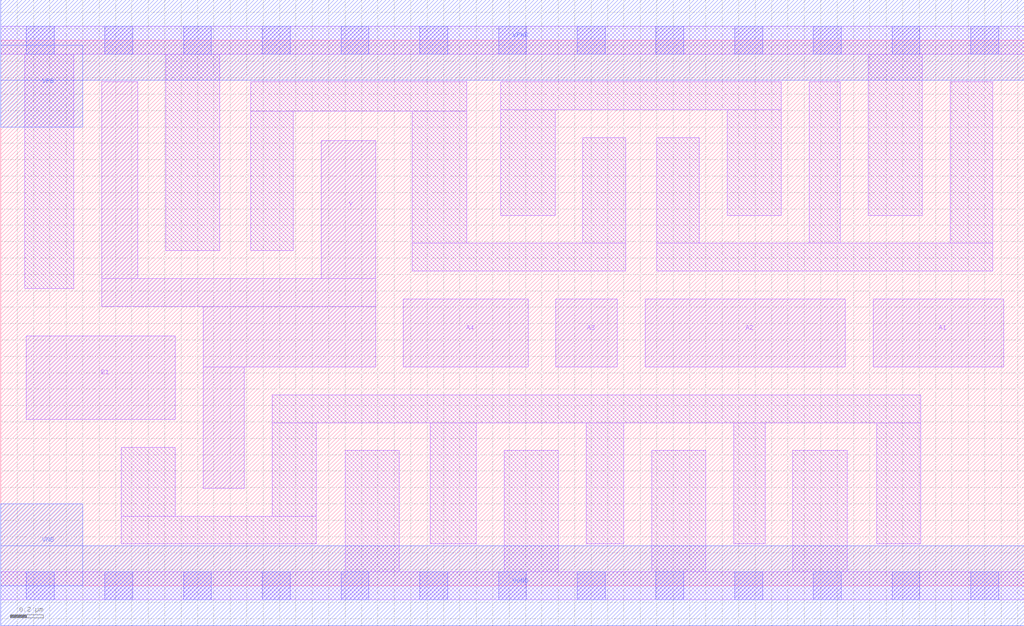
<source format=lef>
# Copyright 2020 The SkyWater PDK Authors
#
# Licensed under the Apache License, Version 2.0 (the "License");
# you may not use this file except in compliance with the License.
# You may obtain a copy of the License at
#
#     https://www.apache.org/licenses/LICENSE-2.0
#
# Unless required by applicable law or agreed to in writing, software
# distributed under the License is distributed on an "AS IS" BASIS,
# WITHOUT WARRANTIES OR CONDITIONS OF ANY KIND, either express or implied.
# See the License for the specific language governing permissions and
# limitations under the License.
#
# SPDX-License-Identifier: Apache-2.0

VERSION 5.5 ;
NAMESCASESENSITIVE ON ;
BUSBITCHARS "[]" ;
DIVIDERCHAR "/" ;
MACRO sky130_fd_sc_lp__o41ai_2
  CLASS CORE ;
  SOURCE USER ;
  ORIGIN  0.000000  0.000000 ;
  SIZE  6.240000 BY  3.330000 ;
  SYMMETRY X Y R90 ;
  SITE unit ;
  PIN A1
    ANTENNAGATEAREA  0.630000 ;
    DIRECTION INPUT ;
    USE SIGNAL ;
    PORT
      LAYER li1 ;
        RECT 5.320000 1.335000 6.115000 1.750000 ;
    END
  END A1
  PIN A2
    ANTENNAGATEAREA  0.630000 ;
    DIRECTION INPUT ;
    USE SIGNAL ;
    PORT
      LAYER li1 ;
        RECT 3.930000 1.335000 5.150000 1.750000 ;
    END
  END A2
  PIN A3
    ANTENNAGATEAREA  0.630000 ;
    DIRECTION INPUT ;
    USE SIGNAL ;
    PORT
      LAYER li1 ;
        RECT 3.385000 1.335000 3.760000 1.750000 ;
    END
  END A3
  PIN A4
    ANTENNAGATEAREA  0.630000 ;
    DIRECTION INPUT ;
    USE SIGNAL ;
    PORT
      LAYER li1 ;
        RECT 2.455000 1.335000 3.215000 1.750000 ;
    END
  END A4
  PIN B1
    ANTENNAGATEAREA  0.630000 ;
    DIRECTION INPUT ;
    USE SIGNAL ;
    PORT
      LAYER li1 ;
        RECT 0.155000 1.015000 1.065000 1.525000 ;
    END
  END B1
  PIN Y
    ANTENNADIFFAREA  0.940800 ;
    DIRECTION OUTPUT ;
    USE SIGNAL ;
    PORT
      LAYER li1 ;
        RECT 0.615000 1.705000 2.285000 1.875000 ;
        RECT 0.615000 1.875000 0.835000 3.075000 ;
        RECT 1.235000 0.595000 1.485000 1.335000 ;
        RECT 1.235000 1.335000 2.285000 1.705000 ;
        RECT 1.955000 1.875000 2.285000 2.715000 ;
    END
  END Y
  PIN VGND
    DIRECTION INOUT ;
    USE GROUND ;
    PORT
      LAYER met1 ;
        RECT 0.000000 -0.245000 6.240000 0.245000 ;
    END
  END VGND
  PIN VNB
    DIRECTION INOUT ;
    USE GROUND ;
    PORT
    END
  END VNB
  PIN VPB
    DIRECTION INOUT ;
    USE POWER ;
    PORT
    END
  END VPB
  PIN VNB
    DIRECTION INOUT ;
    USE GROUND ;
    PORT
      LAYER met1 ;
        RECT 0.000000 0.000000 0.500000 0.500000 ;
    END
  END VNB
  PIN VPB
    DIRECTION INOUT ;
    USE POWER ;
    PORT
      LAYER met1 ;
        RECT 0.000000 2.800000 0.500000 3.300000 ;
    END
  END VPB
  PIN VPWR
    DIRECTION INOUT ;
    USE POWER ;
    PORT
      LAYER met1 ;
        RECT 0.000000 3.085000 6.240000 3.575000 ;
    END
  END VPWR
  OBS
    LAYER li1 ;
      RECT 0.000000 -0.085000 6.240000 0.085000 ;
      RECT 0.000000  3.245000 6.240000 3.415000 ;
      RECT 0.145000  1.815000 0.445000 3.245000 ;
      RECT 0.735000  0.255000 1.925000 0.425000 ;
      RECT 0.735000  0.425000 1.065000 0.845000 ;
      RECT 1.005000  2.045000 1.335000 3.245000 ;
      RECT 1.525000  2.045000 1.785000 2.895000 ;
      RECT 1.525000  2.895000 2.840000 3.075000 ;
      RECT 1.655000  0.425000 1.925000 0.995000 ;
      RECT 1.655000  0.995000 5.610000 1.165000 ;
      RECT 2.100000  0.085000 2.430000 0.825000 ;
      RECT 2.510000  1.920000 3.810000 2.090000 ;
      RECT 2.510000  2.090000 2.840000 2.895000 ;
      RECT 2.620000  0.255000 2.900000 0.995000 ;
      RECT 3.050000  2.260000 3.380000 2.905000 ;
      RECT 3.050000  2.905000 4.760000 3.075000 ;
      RECT 3.070000  0.085000 3.400000 0.825000 ;
      RECT 3.550000  2.090000 3.810000 2.735000 ;
      RECT 3.570000  0.255000 3.800000 0.995000 ;
      RECT 3.970000  0.085000 4.300000 0.825000 ;
      RECT 4.000000  1.920000 6.050000 2.090000 ;
      RECT 4.000000  2.090000 4.260000 2.735000 ;
      RECT 4.430000  2.260000 4.760000 2.905000 ;
      RECT 4.470000  0.255000 4.660000 0.995000 ;
      RECT 4.830000  0.085000 5.160000 0.825000 ;
      RECT 4.930000  2.090000 5.120000 3.075000 ;
      RECT 5.290000  2.260000 5.620000 3.245000 ;
      RECT 5.340000  0.255000 5.610000 0.995000 ;
      RECT 5.790000  2.090000 6.050000 3.075000 ;
    LAYER mcon ;
      RECT 0.155000 -0.085000 0.325000 0.085000 ;
      RECT 0.155000  3.245000 0.325000 3.415000 ;
      RECT 0.635000 -0.085000 0.805000 0.085000 ;
      RECT 0.635000  3.245000 0.805000 3.415000 ;
      RECT 1.115000 -0.085000 1.285000 0.085000 ;
      RECT 1.115000  3.245000 1.285000 3.415000 ;
      RECT 1.595000 -0.085000 1.765000 0.085000 ;
      RECT 1.595000  3.245000 1.765000 3.415000 ;
      RECT 2.075000 -0.085000 2.245000 0.085000 ;
      RECT 2.075000  3.245000 2.245000 3.415000 ;
      RECT 2.555000 -0.085000 2.725000 0.085000 ;
      RECT 2.555000  3.245000 2.725000 3.415000 ;
      RECT 3.035000 -0.085000 3.205000 0.085000 ;
      RECT 3.035000  3.245000 3.205000 3.415000 ;
      RECT 3.515000 -0.085000 3.685000 0.085000 ;
      RECT 3.515000  3.245000 3.685000 3.415000 ;
      RECT 3.995000 -0.085000 4.165000 0.085000 ;
      RECT 3.995000  3.245000 4.165000 3.415000 ;
      RECT 4.475000 -0.085000 4.645000 0.085000 ;
      RECT 4.475000  3.245000 4.645000 3.415000 ;
      RECT 4.955000 -0.085000 5.125000 0.085000 ;
      RECT 4.955000  3.245000 5.125000 3.415000 ;
      RECT 5.435000 -0.085000 5.605000 0.085000 ;
      RECT 5.435000  3.245000 5.605000 3.415000 ;
      RECT 5.915000 -0.085000 6.085000 0.085000 ;
      RECT 5.915000  3.245000 6.085000 3.415000 ;
  END
END sky130_fd_sc_lp__o41ai_2
END LIBRARY

</source>
